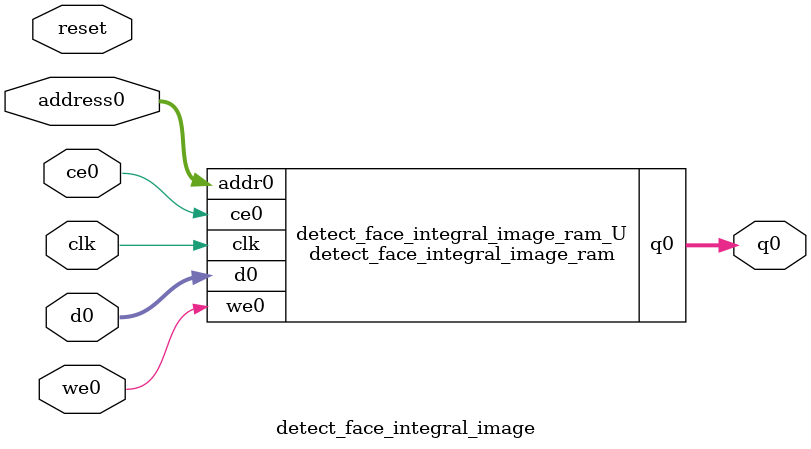
<source format=v>

`timescale 1 ns / 1 ps
module detect_face_integral_image_ram (addr0, ce0, d0, we0, q0,  clk);

parameter DWIDTH = 32;
parameter AWIDTH = 15;
parameter MEM_SIZE = 19200;

input[AWIDTH-1:0] addr0;
input ce0;
input[DWIDTH-1:0] d0;
input we0;
output reg[DWIDTH-1:0] q0;
input clk;

(* ram_style = "block" *)reg [DWIDTH-1:0] ram[MEM_SIZE-1:0];




always @(posedge clk)  
begin 
    if (ce0) 
    begin
        if (we0) 
        begin 
            ram[addr0] <= d0; 
            q0 <= d0;
        end 
        else 
            q0 <= ram[addr0];
    end
end


endmodule


`timescale 1 ns / 1 ps
module detect_face_integral_image(
    reset,
    clk,
    address0,
    ce0,
    we0,
    d0,
    q0);

parameter DataWidth = 32'd32;
parameter AddressRange = 32'd19200;
parameter AddressWidth = 32'd15;
input reset;
input clk;
input[AddressWidth - 1:0] address0;
input ce0;
input we0;
input[DataWidth - 1:0] d0;
output[DataWidth - 1:0] q0;



detect_face_integral_image_ram detect_face_integral_image_ram_U(
    .clk( clk ),
    .addr0( address0 ),
    .ce0( ce0 ),
    .d0( d0 ),
    .we0( we0 ),
    .q0( q0 ));

endmodule


</source>
